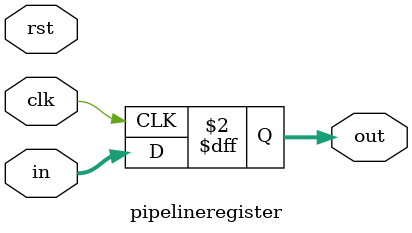
<source format=v>
module pipelineregister #
(parameter N = 32)
(
    input [N-1:0] in,
    input clk,rst,
    output reg [N-1:0] out
);

always @(posedge clk) begin
    out <= in;
end
endmodule
</source>
